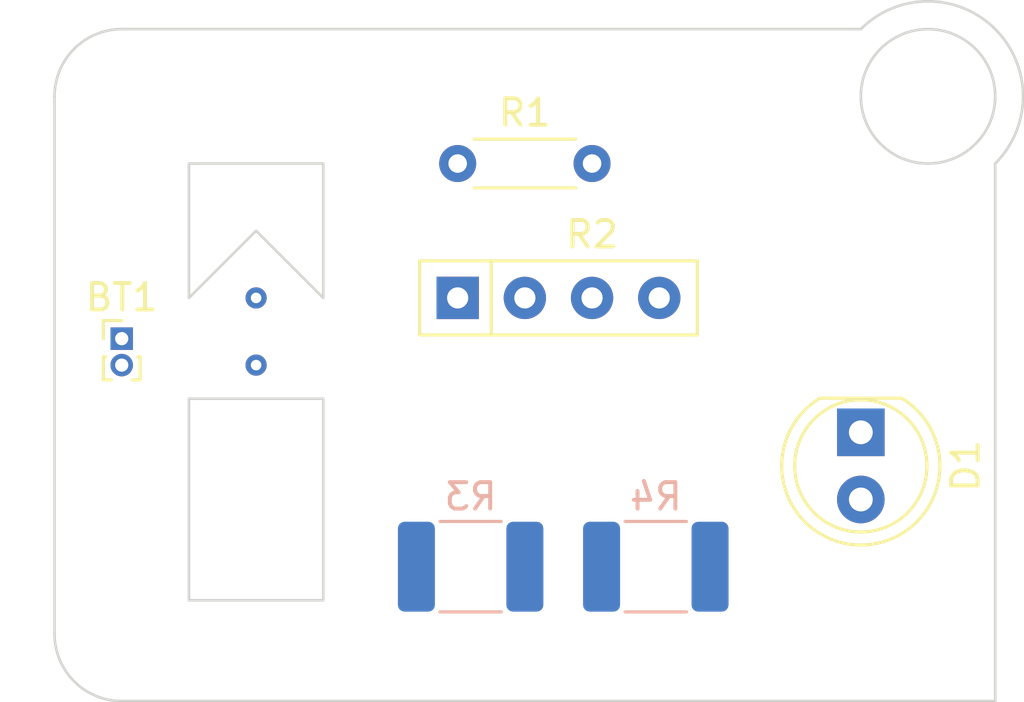
<source format=kicad_pcb>
(kicad_pcb (version 20221018) (generator pcbnew)
  (layers (0 "F.Cu" signal) (31 "B.Cu" signal) (34 "B.Paste" user) (35 "F.Paste" user) (36 "B.SilkS" user "B.Silkscreen") (37 "F.SilkS" user "F.Silkscreen") (38 "B.Mask" user) (39 "F.Mask" user) (44 "Edge.Cuts" user))
  (net 0 "")
  (net 1 "Net-(D1-K)")
  (net 2 "Net-(D1-A)")
  (net 3 "Net-(BT1-+)")
  (net 4 "Net-(R1-Pad2)")
  (net 5 "Net-(BT1--)")
  (net 6 "Net-(R3-Pad2)")
  (footprint "Resistor_THT:R_Array_SIP4" (layer "F.Cu") (at 116.84 71.12)
    (fp_text reference "R2" (at 5.08 -2.4) (layer "F.SilkS"))
    (fp_text value "R")
    (fp_line (start -1.44 -1.4) (end -1.44 1.4) (stroke (width 0.12)) (layer "F.SilkS"))
    (fp_line (start -1.44 1.4) (end 9.06 1.4) (stroke (width 0.12)) (layer "F.SilkS"))
    (fp_line (start 1.27 -1.4) (end 1.27 1.4) (stroke (width 0.12)) (layer "F.SilkS"))
    (fp_line (start 9.06 -1.4) (end -1.44 -1.4) (stroke (width 0.12)) (layer "F.SilkS"))
    (fp_line (start 9.06 1.4) (end 9.06 -1.4) (stroke (width 0.12)) (layer "F.SilkS"))
    (pad "1" thru_hole rect (at 0 0) (size 1.6 1.6) (drill 0.8) (layers "*.Cu" "*.Mask") (net 4 "Net-(R1-Pad2)"))
    (pad "2" thru_hole oval (at 2.54 0) (size 1.6 1.6) (drill 0.8) (layers "*.Cu" "*.Mask") (net 2 "Net-(D1-A)"))
    (pad "3" thru_hole oval (at 5.08 0) (size 1.6 1.6) (drill 0.8) (layers "*.Cu" "*.Mask"))
    (pad "4" thru_hole oval (at 7.62 0) (size 1.6 1.6) (drill 0.8) (layers "*.Cu" "*.Mask"))
  )
  (footprint "LED_THT:LED_D5.0mm" (layer "F.Cu") (at 132.08 76.2 -90)
    (fp_text reference "D1" (at 1.27 -3.96 90) (layer "F.SilkS"))
    (fp_text value "LED")
    (fp_line (start -1.29 -1.545) (end -1.29 1.545) (stroke (width 0.12)) (layer "F.SilkS"))
    (fp_arc (start -1.29 -1.54483) (mid 2.072002 -2.880433) (end 4.26 0.000462) (stroke (width 0.12)) (layer "F.SilkS"))
    (fp_arc (start 4.26 -0.000462) (mid 2.072002 2.880433) (end -1.29 1.54483) (stroke (width 0.12)) (layer "F.SilkS"))
    (fp_circle (center 1.27 0) (end 3.77 0) (stroke (width 0.12)) (fill none) (layer "F.SilkS"))
    (pad "1" thru_hole rect (at 0 0 270) (size 1.8 1.8) (drill 0.9) (layers "*.Cu" "*.Mask") (net 1 "Net-(D1-K)"))
    (pad "2" thru_hole circle (at 2.54 0 270) (size 1.8 1.8) (drill 0.9) (layers "*.Cu" "*.Mask") (net 2 "Net-(D1-A)"))
  )
  (footprint "Resistor_THT:R_Axial_DIN0204_L3.6mm_D1.6mm_P5.08mm_Horizontal" (layer "F.Cu") (at 116.84 66.04)
    (fp_text reference "R1" (at 2.54 -1.92) (layer "F.SilkS"))
    (fp_text value "R")
    (fp_line (start 0.62 -0.92) (end 4.46 -0.92) (stroke (width 0.12)) (layer "F.SilkS"))
    (fp_line (start 0.62 0.92) (end 4.46 0.92) (stroke (width 0.12)) (layer "F.SilkS"))
    (pad "1" thru_hole circle (at 0 0) (size 1.4 1.4) (drill 0.7) (layers "*.Cu" "*.Mask") (net 3 "Net-(BT1-+)"))
    (pad "2" thru_hole oval (at 5.08 0) (size 1.4 1.4) (drill 0.7) (layers "*.Cu" "*.Mask") (net 4 "Net-(R1-Pad2)"))
  )
  (footprint "Connector_PinHeader_1.00mm:PinHeader_1x02_P1.00mm_Vertical" (layer "F.Cu") (at 104.14 72.66)
    (fp_text reference "BT1" (at 0 -1.56) (layer "F.SilkS"))
    (fp_text value "Battery_Cell")
    (fp_line (start -0.695 -0.685) (end 0 -0.685) (stroke (width 0.12)) (layer "F.SilkS"))
    (fp_line (start -0.695 0) (end -0.695 -0.685) (stroke (width 0.12)) (layer "F.SilkS"))
    (fp_line (start -0.695 0.685) (end -0.695 1.56) (stroke (width 0.12)) (layer "F.SilkS"))
    (fp_line (start -0.695 0.685) (end -0.608276 0.685) (stroke (width 0.12)) (layer "F.SilkS"))
    (fp_line (start -0.695 1.56) (end -0.394493 1.56) (stroke (width 0.12)) (layer "F.SilkS"))
    (fp_line (start 0.394493 1.56) (end 0.695 1.56) (stroke (width 0.12)) (layer "F.SilkS"))
    (fp_line (start 0.608276 0.685) (end 0.695 0.685) (stroke (width 0.12)) (layer "F.SilkS"))
    (fp_line (start 0.695 0.685) (end 0.695 1.56) (stroke (width 0.12)) (layer "F.SilkS"))
    (pad "1" thru_hole rect (at 0 0) (size 0.85 0.85) (drill 0.5) (layers "*.Cu" "*.Mask") (net 3 "Net-(BT1-+)"))
    (pad "2" thru_hole oval (at 0 1) (size 0.85 0.85) (drill 0.5) (layers "*.Cu" "*.Mask") (net 5 "Net-(BT1--)"))
  )
  (footprint "Capacitor_SMD:C_1812_4532Metric" (layer "B.Cu") (at 124.33 81.28 180)
    (fp_text reference "R4" (at 0 2.65) (layer "B.SilkS") (effects (justify mirror)))
    (fp_text value "R")
    (fp_line (start -1.161252 -1.71) (end 1.161252 -1.71) (stroke (width 0.12)) (layer "B.SilkS"))
    (fp_line (start -1.161252 1.71) (end 1.161252 1.71) (stroke (width 0.12)) (layer "B.SilkS"))
    (pad "1" smd roundrect (at -2.05 0 180) (size 1.4 3.4) (layers "B.Cu" "B.Paste" "B.Mask") (roundrect_rratio 0.178571) (net 6 "Net-(R3-Pad2)"))
    (pad "2" smd roundrect (at 2.05 0 180) (size 1.4 3.4) (layers "B.Cu" "B.Paste" "B.Mask") (roundrect_rratio 0.178571) (net 1 "Net-(D1-K)"))
  )
  (footprint "Capacitor_SMD:C_1812_4532Metric" (layer "B.Cu") (at 117.33 81.28 180)
    (fp_text reference "R3" (at 0 2.65) (layer "B.SilkS") (effects (justify mirror)))
    (fp_text value "R")
    (fp_line (start -1.161252 -1.71) (end 1.161252 -1.71) (stroke (width 0.12)) (layer "B.SilkS"))
    (fp_line (start -1.161252 1.71) (end 1.161252 1.71) (stroke (width 0.12)) (layer "B.SilkS"))
    (pad "1" smd roundrect (at -2.05 0 180) (size 1.4 3.4) (layers "B.Cu" "B.Paste" "B.Mask") (roundrect_rratio 0.178571) (net 5 "Net-(BT1--)"))
    (pad "2" smd roundrect (at 2.05 0 180) (size 1.4 3.4) (layers "B.Cu" "B.Paste" "B.Mask") (roundrect_rratio 0.178571) (net 6 "Net-(R3-Pad2)"))
  )
  (gr_line (start 101.6 63.5) (end 101.6 83.82) (stroke (width 0.1)) (layer "Edge.Cuts"))
  (gr_rect (start 106.68 74.93) (end 111.76 82.55) (stroke (width 0.1)) (fill none) (layer "Edge.Cuts"))
  (gr_poly (pts (xy 106.68 71.12) (xy 109.22 68.58) (xy 111.76 71.12) (xy 111.76 66.04) (xy 106.68 66.04)) (stroke (width 0.1)) (fill none) (layer "Edge.Cuts"))
  (gr_line (start 137.16 86.36) (end 137.16 66.04) (stroke (width 0.1)) (layer "Edge.Cuts"))
  (gr_line (start 104.14 86.36) (end 137.16 86.36) (stroke (width 0.1)) (layer "Edge.Cuts"))
  (gr_arc (start 132.08 60.96) (mid 137.16 60.96) (end 137.16 66.04) (stroke (width 0.1)) (layer "Edge.Cuts"))
  (gr_arc (start 104.14 86.36) (mid 102.343949 85.616051) (end 101.6 83.82) (stroke (width 0.1)) (layer "Edge.Cuts"))
  (gr_line (start 132.08 60.96) (end 104.14 60.96) (stroke (width 0.1)) (layer "Edge.Cuts"))
  (gr_circle (center 134.62 63.5) (end 134.62 66.04) (stroke (width 0.1)) (fill none) (layer "Edge.Cuts"))
  (gr_arc (start 101.6 63.5) (mid 102.343949 61.703949) (end 104.14 60.96) (stroke (width 0.1)) (layer "Edge.Cuts"))
  (via (at 109.22 73.66) (size 0.8) (drill 0.4) (layers "F.Cu" "B.Cu") (net 0))
  (via (at 109.22 71.12) (size 0.8) (drill 0.4) (layers "F.Cu" "B.Cu") (net 0))
)
</source>
